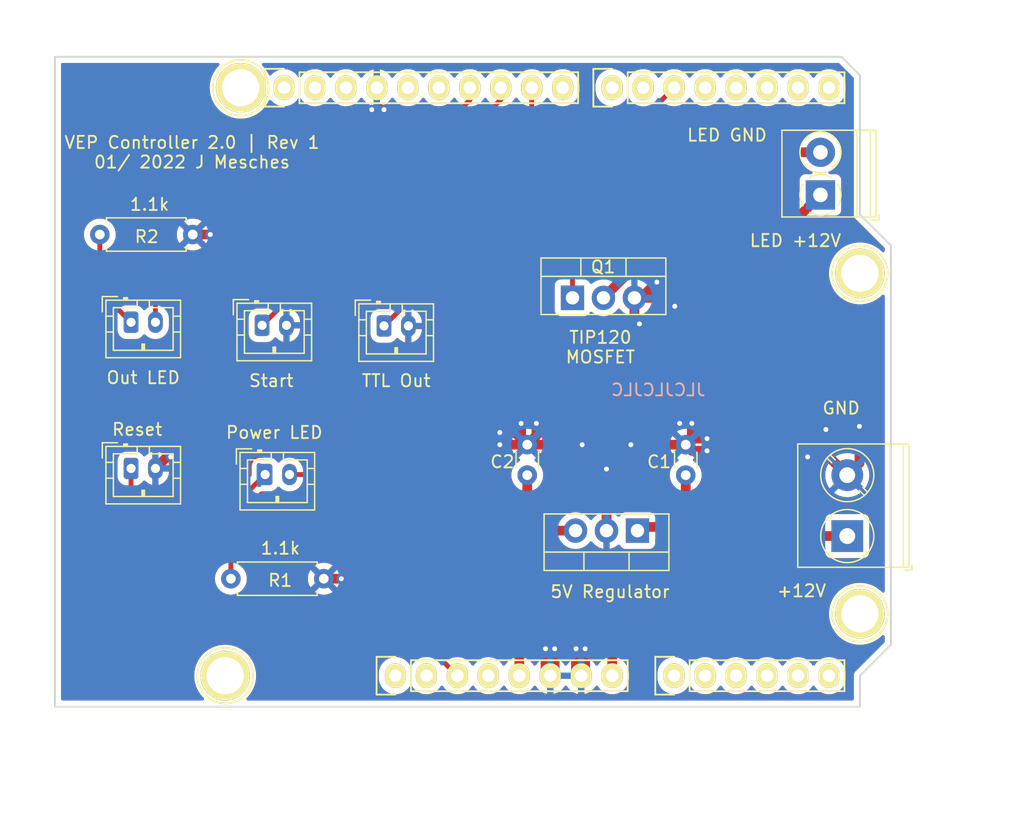
<source format=kicad_pcb>
(kicad_pcb (version 20211014) (generator pcbnew)
  (title_block (date "lun. 30 mars 2015"))
  (layers (0 "F.Cu" signal) (31 "B.Cu" power) (34 "B.Paste" user) (35 "F.Paste" user) (36 "B.SilkS" user "B.Silkscreen") (37 "F.SilkS" user "F.Silkscreen") (38 "B.Mask" user) (39 "F.Mask" user) (44 "Edge.Cuts" user))
  (net 0 "")
  (net 1 "/IOREF")
  (net 2 "+12V")
  (net 3 "+5V")
  (net 4 "GND")
  (net 5 "Net-(D1-Pad1)")
  (net 6 "/A0")
  (net 7 "/A1")
  (net 8 "/A2")
  (net 9 "/A3")
  (net 10 "/AREF")
  (net 11 "/A4(SDA)")
  (net 12 "/A5(SCL)")
  (net 13 "/8")
  (net 14 "/7")
  (net 15 "/6(**)")
  (net 16 "Net-(D2-Pad1)")
  (net 17 "/4")
  (net 18 "/3(**)")
  (net 19 "LED")
  (net 20 "/1(Tx)")
  (net 21 "/0(Rx)")
  (net 22 "TTL Out")
  (net 23 "LED Ground")
  (net 25 "/13(SCK)")
  (net 26 "Reset")
  (net 27 "MOSFET")
  (net 28 "+3V3")
  (net 29 "Button")
  (footprint "Socket_Arduino_Uno:Socket_Strip_Arduino_1x08" (layer "F.Cu") (at 138.938 123.825)
    (fp_text reference "P1")
    (fp_text value "Power")
    (fp_line (start 19.05 1.27) (end 19.05 -1.27) (layer "F.SilkS") (width 0.15))
    (fp_line (start 1.27 1.27) (end 19.05 1.27) (layer "F.SilkS") (width 0.15))
    (fp_line (start 19.05 -1.27) (end 1.27 -1.27) (layer "F.SilkS") (width 0.15))
    (fp_line (start 0 -1.55) (end -1.55 -1.55) (layer "F.SilkS") (width 0.15))
    (fp_line (start -1.55 -1.55) (end -1.55 1.55) (layer "F.SilkS") (width 0.15))
    (fp_line (start -1.55 1.55) (end 0 1.55) (layer "F.SilkS") (width 0.15))
    (fp_line (start 1.27 1.27) (end 1.27 -1.27) (layer "F.SilkS") (width 0.15))
    (pad "1" thru_hole oval locked (at 0 0) (size 1.7272 2.032) (drill 1.016) (layers *.Cu *.Mask "F.SilkS"))
    (pad "2" thru_hole oval locked (at 2.54 0) (size 1.7272 2.032) (drill 1.016) (layers *.Cu *.Mask "F.SilkS") (net 1 "/IOREF"))
    (pad "3" thru_hole oval locked (at 5.08 0) (size 1.7272 2.032) (drill 1.016) (layers *.Cu *.Mask "F.SilkS") (net 26 "Reset"))
    (pad "4" thru_hole oval locked (at 7.62 0) (size 1.7272 2.032) (drill 1.016) (layers *.Cu *.Mask "F.SilkS") (net 28 "+3V3"))
    (pad "5" thru_hole oval locked (at 10.16 0) (size 1.7272 2.032) (drill 1.016) (layers *.Cu *.Mask "F.SilkS") (net 3 "+5V"))
    (pad "6" thru_hole oval locked (at 12.7 0) (size 1.7272 2.032) (drill 1.016) (layers *.Cu *.Mask "F.SilkS") (net 4 "GND"))
    (pad "7" thru_hole oval locked (at 15.24 0) (size 1.7272 2.032) (drill 1.016) (layers *.Cu *.Mask "F.SilkS") (net 4 "GND"))
    (pad "8" thru_hole oval locked (at 17.78 0) (size 1.7272 2.032) (drill 1.016) (layers *.Cu *.Mask "F.SilkS") (net 3 "+5V"))
  )
  (footprint "Socket_Arduino_Uno:Socket_Strip_Arduino_1x06" (layer "F.Cu") (at 161.798 123.825)
    (fp_text reference "P2")
    (fp_text value "Analog")
    (fp_line (start 1.27 1.27) (end 1.27 -1.27) (layer "F.SilkS") (width 0.15))
    (fp_line (start 0 -1.55) (end -1.55 -1.55) (layer "F.SilkS") (width 0.15))
    (fp_line (start 13.97 -1.27) (end 1.27 -1.27) (layer "F.SilkS") (width 0.15))
    (fp_line (start 1.27 1.27) (end 13.97 1.27) (layer "F.SilkS") (width 0.15))
    (fp_line (start 13.97 1.27) (end 13.97 -1.27) (layer "F.SilkS") (width 0.15))
    (fp_line (start -1.55 -1.55) (end -1.55 1.55) (layer "F.SilkS") (width 0.15))
    (fp_line (start -1.55 1.55) (end 0 1.55) (layer "F.SilkS") (width 0.15))
    (pad "1" thru_hole oval locked (at 0 0) (size 1.7272 2.032) (drill 1.016) (layers *.Cu *.Mask "F.SilkS") (net 6 "/A0"))
    (pad "2" thru_hole oval locked (at 2.54 0) (size 1.7272 2.032) (drill 1.016) (layers *.Cu *.Mask "F.SilkS") (net 7 "/A1"))
    (pad "3" thru_hole oval locked (at 5.08 0) (size 1.7272 2.032) (drill 1.016) (layers *.Cu *.Mask "F.SilkS") (net 8 "/A2"))
    (pad "4" thru_hole oval locked (at 7.62 0) (size 1.7272 2.032) (drill 1.016) (layers *.Cu *.Mask "F.SilkS") (net 9 "/A3"))
    (pad "5" thru_hole oval locked (at 10.16 0) (size 1.7272 2.032) (drill 1.016) (layers *.Cu *.Mask "F.SilkS") (net 11 "/A4(SDA)"))
    (pad "6" thru_hole oval locked (at 12.7 0) (size 1.7272 2.032) (drill 1.016) (layers *.Cu *.Mask "F.SilkS") (net 12 "/A5(SCL)"))
  )
  (footprint "Socket_Arduino_Uno:Socket_Strip_Arduino_1x10" (layer "F.Cu") (at 129.794 75.565)
    (fp_text reference "P3")
    (fp_text value "Digital")
    (fp_line (start -1.55 -1.55) (end -1.55 1.55) (layer "F.SilkS") (width 0.15))
    (fp_line (start 1.27 1.27) (end 24.13 1.27) (layer "F.SilkS") (width 0.15))
    (fp_line (start 24.13 1.27) (end 24.13 -1.27) (layer "F.SilkS") (width 0.15))
    (fp_line (start 24.13 -1.27) (end 1.27 -1.27) (layer "F.SilkS") (width 0.15))
    (fp_line (start 0 -1.55) (end -1.55 -1.55) (layer "F.SilkS") (width 0.15))
    (fp_line (start -1.55 1.55) (end 0 1.55) (layer "F.SilkS") (width 0.15))
    (fp_line (start 1.27 1.27) (end 1.27 -1.27) (layer "F.SilkS") (width 0.15))
    (pad "1" thru_hole oval locked (at 0 0) (size 1.7272 2.032) (drill 1.016) (layers *.Cu *.Mask "F.SilkS") (net 12 "/A5(SCL)"))
    (pad "2" thru_hole oval locked (at 2.54 0) (size 1.7272 2.032) (drill 1.016) (layers *.Cu *.Mask "F.SilkS") (net 11 "/A4(SDA)"))
    (pad "3" thru_hole oval locked (at 5.08 0) (size 1.7272 2.032) (drill 1.016) (layers *.Cu *.Mask "F.SilkS") (net 10 "/AREF"))
    (pad "4" thru_hole oval locked (at 7.62 0) (size 1.7272 2.032) (drill 1.016) (layers *.Cu *.Mask "F.SilkS") (net 4 "GND"))
    (pad "5" thru_hole oval locked (at 10.16 0) (size 1.7272 2.032) (drill 1.016) (layers *.Cu *.Mask "F.SilkS") (net 25 "/13(SCK)"))
    (pad "6" thru_hole oval locked (at 12.7 0) (size 1.7272 2.032) (drill 1.016) (layers *.Cu *.Mask "F.SilkS"))
    (pad "7" thru_hole oval locked (at 15.24 0) (size 1.7272 2.032) (drill 1.016) (layers *.Cu *.Mask "F.SilkS") (net 19 "LED"))
    (pad "8" thru_hole oval locked (at 17.78 0) (size 1.7272 2.032) (drill 1.016) (layers *.Cu *.Mask "F.SilkS") (net 29 "Button"))
    (pad "9" thru_hole oval locked (at 20.32 0) (size 1.7272 2.032) (drill 1.016) (layers *.Cu *.Mask "F.SilkS") (net 22 "TTL Out"))
    (pad "10" thru_hole oval locked (at 22.86 0) (size 1.7272 2.032) (drill 1.016) (layers *.Cu *.Mask "F.SilkS") (net 13 "/8"))
  )
  (footprint "Socket_Arduino_Uno:Socket_Strip_Arduino_1x08" (layer "F.Cu") (at 156.718 75.565)
    (fp_text reference "P4")
    (fp_text value "Digital")
    (fp_line (start 19.05 -1.27) (end 1.27 -1.27) (layer "F.SilkS") (width 0.15))
    (fp_line (start -1.55 1.55) (end 0 1.55) (layer "F.SilkS") (width 0.15))
    (fp_line (start 1.27 1.27) (end 19.05 1.27) (layer "F.SilkS") (width 0.15))
    (fp_line (start 1.27 1.27) (end 1.27 -1.27) (layer "F.SilkS") (width 0.15))
    (fp_line (start 0 -1.55) (end -1.55 -1.55) (layer "F.SilkS") (width 0.15))
    (fp_line (start 19.05 1.27) (end 19.05 -1.27) (layer "F.SilkS") (width 0.15))
    (fp_line (start -1.55 -1.55) (end -1.55 1.55) (layer "F.SilkS") (width 0.15))
    (pad "1" thru_hole oval locked (at 0 0) (size 1.7272 2.032) (drill 1.016) (layers *.Cu *.Mask "F.SilkS") (net 14 "/7"))
    (pad "2" thru_hole oval locked (at 2.54 0) (size 1.7272 2.032) (drill 1.016) (layers *.Cu *.Mask "F.SilkS") (net 15 "/6(**)"))
    (pad "3" thru_hole oval locked (at 5.08 0) (size 1.7272 2.032) (drill 1.016) (layers *.Cu *.Mask "F.SilkS") (net 27 "MOSFET"))
    (pad "4" thru_hole oval locked (at 7.62 0) (size 1.7272 2.032) (drill 1.016) (layers *.Cu *.Mask "F.SilkS") (net 17 "/4"))
    (pad "5" thru_hole oval locked (at 10.16 0) (size 1.7272 2.032) (drill 1.016) (layers *.Cu *.Mask "F.SilkS") (net 18 "/3(**)"))
    (pad "6" thru_hole oval locked (at 12.7 0) (size 1.7272 2.032) (drill 1.016) (layers *.Cu *.Mask "F.SilkS") (net 29 "Button"))
    (pad "7" thru_hole oval locked (at 15.24 0) (size 1.7272 2.032) (drill 1.016) (layers *.Cu *.Mask "F.SilkS") (net 20 "/1(Tx)"))
    (pad "8" thru_hole oval locked (at 17.78 0) (size 1.7272 2.032) (drill 1.016) (layers *.Cu *.Mask "F.SilkS") (net 21 "/0(Rx)"))
  )
  (footprint "Socket_Arduino_Uno:Arduino_1pin" (layer "F.Cu") (at 124.968 123.825)
    (fp_text reference "P5" hide)
    (fp_text value "CONN_01X01" hide)
    (fp_circle (center 0 0) (end 0 -2.286) (layer "F.SilkS") (width 0.15) (fill none))
    (pad "1" thru_hole circle locked (at 0 0) (size 4.064 4.064) (drill 3.048) (layers *.Cu *.Mask "F.SilkS"))
  )
  (footprint "Socket_Arduino_Uno:Arduino_1pin" (layer "F.Cu") (at 177.038 118.745)
    (fp_text reference "P6" hide)
    (fp_text value "CONN_01X01" hide)
    (fp_circle (center 0 0) (end 0 -2.286) (layer "F.SilkS") (width 0.15) (fill none))
    (pad "1" thru_hole circle locked (at 0 0) (size 4.064 4.064) (drill 3.048) (layers *.Cu *.Mask "F.SilkS"))
  )
  (footprint "Socket_Arduino_Uno:Arduino_1pin" (layer "F.Cu") (at 126.238 75.565)
    (fp_text reference "P7" hide)
    (fp_text value "CONN_01X01" hide)
    (fp_circle (center 0 0) (end 0 -2.286) (layer "F.SilkS") (width 0.15) (fill none))
    (pad "1" thru_hole circle locked (at 0 0) (size 4.064 4.064) (drill 3.048) (layers *.Cu *.Mask "F.SilkS"))
  )
  (footprint "Socket_Arduino_Uno:Arduino_1pin" (layer "F.Cu") (at 177.038 90.805)
    (fp_text reference "P8" hide)
    (fp_text value "CONN_01X01" hide)
    (fp_circle (center 0 0) (end 0 -2.286) (layer "F.SilkS") (width 0.15) (fill none))
    (pad "1" thru_hole circle locked (at 0 0) (size 4.064 4.064) (drill 3.048) (layers *.Cu *.Mask "F.SilkS"))
  )
  (footprint "Connector_JST:JST_PH_B2B-PH-K_1x02_P2.00mm_Vertical" (layer "F.Cu") (at 127.998 95.065)
    (fp_text reference "SW1")
    (fp_text value "SW_Push")
    (fp_line (start -0.3 -1.81) (end -0.3 -2.01) (layer "F.SilkS") (width 0.12))
    (fp_line (start 4.06 2.91) (end 4.06 -1.81) (layer "F.SilkS") (width 0.12))
    (fp_line (start -0.6 -2.01) (end -0.6 -1.81) (layer "F.SilkS") (width 0.12))
    (fp_line (start 0.5 -1.2) (end -1.45 -1.2) (layer "F.SilkS") (width 0.12))
    (fp_line (start 4.06 0.8) (end 3.45 0.8) (layer "F.SilkS") (width 0.12))
    (fp_line (start 0.5 -1.81) (end 0.5 -1.2) (layer "F.SilkS") (width 0.12))
    (fp_line (start -1.11 -2.11) (end -2.36 -2.11) (layer "F.SilkS") (width 0.12))
    (fp_line (start 0.9 2.3) (end 0.9 1.8) (layer "F.SilkS") (width 0.12))
    (fp_line (start -2.06 2.91) (end 4.06 2.91) (layer "F.SilkS") (width 0.12))
    (fp_line (start 1.5 -1.2) (end 1.5 -1.81) (layer "F.SilkS") (width 0.12))
    (fp_line (start 0.9 1.8) (end 1.1 1.8) (layer "F.SilkS") (width 0.12))
    (fp_line (start -2.06 -0.5) (end -1.45 -0.5) (layer "F.SilkS") (width 0.12))
    (fp_line (start 1 2.3) (end 1 1.8) (layer "F.SilkS") (width 0.12))
    (fp_line (start 4.06 -1.81) (end -2.06 -1.81) (layer "F.SilkS") (width 0.12))
    (fp_line (start -1.45 2.3) (end 3.45 2.3) (layer "F.SilkS") (width 0.12))
    (fp_line (start 3.45 -1.2) (end 1.5 -1.2) (layer "F.SilkS") (width 0.12))
    (fp_line (start -0.3 -2.01) (end -0.6 -2.01) (layer "F.SilkS") (width 0.12))
    (fp_line (start 1.1 1.8) (end 1.1 2.3) (layer "F.SilkS") (width 0.12))
    (fp_line (start 4.06 -0.5) (end 3.45 -0.5) (layer "F.SilkS") (width 0.12))
    (fp_line (start -1.45 -1.2) (end -1.45 2.3) (layer "F.SilkS") (width 0.12))
    (fp_line (start 3.45 2.3) (end 3.45 -1.2) (layer "F.SilkS") (width 0.12))
    (fp_line (start -0.3 -1.91) (end -0.6 -1.91) (layer "F.SilkS") (width 0.12))
    (fp_line (start -2.06 -1.81) (end -2.06 2.91) (layer "F.SilkS") (width 0.12))
    (fp_line (start -2.06 0.8) (end -1.45 0.8) (layer "F.SilkS") (width 0.12))
    (fp_line (start -2.36 -2.11) (end -2.36 -0.86) (layer "F.SilkS") (width 0.12))
    (pad "1" thru_hole roundrect locked (at 0 0) (size 1.2 1.75) (drill 0.75) (layers *.Cu *.Mask) (roundrect_rratio 0.2083333333) (net 29 "Button"))
    (pad "2" thru_hole oval locked (at 2 0) (size 1.2 1.75) (drill 0.75) (layers *.Cu *.Mask) (net 4 "GND"))
  )
  (footprint "Connector_JST:JST_PH_B2B-PH-K_1x02_P2.00mm_Vertical" (layer "F.Cu") (at 137.998 95.115)
    (fp_text reference "J2")
    (fp_text value "Screw_Terminal_01x02")
    (fp_line (start 4.06 -1.81) (end -2.06 -1.81) (layer "F.SilkS") (width 0.12))
    (fp_line (start -0.3 -1.91) (end -0.6 -1.91) (layer "F.SilkS") (width 0.12))
    (fp_line (start -0.3 -1.81) (end -0.3 -2.01) (layer "F.SilkS") (width 0.12))
    (fp_line (start -2.06 0.8) (end -1.45 0.8) (layer "F.SilkS") (width 0.12))
    (fp_line (start -0.3 -2.01) (end -0.6 -2.01) (layer "F.SilkS") (width 0.12))
    (fp_line (start 3.45 2.3) (end 3.45 -1.2) (layer "F.SilkS") (width 0.12))
    (fp_line (start -1.45 -1.2) (end -1.45 2.3) (layer "F.SilkS") (width 0.12))
    (fp_line (start 1.1 1.8) (end 1.1 2.3) (layer "F.SilkS") (width 0.12))
    (fp_line (start 0.5 -1.2) (end -1.45 -1.2) (layer "F.SilkS") (width 0.12))
    (fp_line (start 4.06 0.8) (end 3.45 0.8) (layer "F.SilkS") (width 0.12))
    (fp_line (start -1.45 2.3) (end 3.45 2.3) (layer "F.SilkS") (width 0.12))
    (fp_line (start 4.06 2.91) (end 4.06 -1.81) (layer "F.SilkS") (width 0.12))
    (fp_line (start -2.06 -0.5) (end -1.45 -0.5) (layer "F.SilkS") (width 0.12))
    (fp_line (start 0.9 2.3) (end 0.9 1.8) (layer "F.SilkS") (width 0.12))
    (fp_line (start 3.45 -1.2) (end 1.5 -1.2) (layer "F.SilkS") (width 0.12))
    (fp_line (start -2.06 2.91) (end 4.06 2.91) (layer "F.SilkS") (width 0.12))
    (fp_line (start -2.36 -2.11) (end -2.36 -0.86) (layer "F.SilkS") (width 0.12))
    (fp_line (start 0.9 1.8) (end 1.1 1.8) (layer "F.SilkS") (width 0.12))
    (fp_line (start 1.5 -1.2) (end 1.5 -1.81) (layer "F.SilkS") (width 0.12))
    (fp_line (start -2.06 -1.81) (end -2.06 2.91) (layer "F.SilkS") (width 0.12))
    (fp_line (start 1 2.3) (end 1 1.8) (layer "F.SilkS") (width 0.12))
    (fp_line (start 0.5 -1.81) (end 0.5 -1.2) (layer "F.SilkS") (width 0.12))
    (fp_line (start -0.6 -2.01) (end -0.6 -1.81) (layer "F.SilkS") (width 0.12))
    (fp_line (start -1.11 -2.11) (end -2.36 -2.11) (layer "F.SilkS") (width 0.12))
    (fp_line (start 4.06 -0.5) (end 3.45 -0.5) (layer "F.SilkS") (width 0.12))
    (pad "1" thru_hole roundrect locked (at 0 0) (size 1.2 1.75) (drill 0.75) (layers *.Cu *.Mask) (roundrect_rratio 0.2083333333) (net 22 "TTL Out"))
    (pad "2" thru_hole oval locked (at 2 0) (size 1.2 1.75) (drill 0.75) (layers *.Cu *.Mask) (net 4 "GND"))
  )
  (footprint "Resistor_THT:R_Axial_DIN0207_L6.3mm_D2.5mm_P7.62mm_Horizontal" (layer "F.Cu") (at 122.308 87.615 180)
    (fp_text reference "R2" (at 3.777072 -0.178441) (layer "F.SilkS"))
    (fp_text value "1.1k")
    (fp_line (start 0.54 -1.37) (end 7.08 -1.37) (layer "F.SilkS") (width 0.12))
    (fp_line (start 7.08 1.37) (end 7.08 1.04) (layer "F.SilkS") (width 0.12))
    (fp_line (start 0.54 -1.04) (end 0.54 -1.37) (layer "F.SilkS") (width 0.12))
    (fp_line (start 0.54 1.37) (end 7.08 1.37) (layer "F.SilkS") (width 0.12))
    (fp_line (start 0.54 1.04) (end 0.54 1.37) (layer "F.SilkS") (width 0.12))
    (fp_line (start 7.08 -1.37) (end 7.08 -1.04) (layer "F.SilkS") (width 0.12))
    (pad "1" thru_hole circle locked (at 0 0 180) (size 1.6 1.6) (drill 0.8) (layers *.Cu *.Mask) (net 4 "GND"))
    (pad "2" thru_hole oval locked (at 7.62 0 180) (size 1.6 1.6) (drill 0.8) (layers *.Cu *.Mask) (net 16 "Net-(D2-Pad1)"))
  )
  (footprint "Capacitor_THT:C_Disc_D3.0mm_W1.6mm_P2.50mm" (layer "F.Cu") (at 162.748 107.365 90)
    (fp_text reference "C1" (at 1.094044 -2.187986) (layer "F.SilkS"))
    (fp_text value "0.33uf")
    (fp_line (start 0.621 0.92) (end 1.879 0.92) (layer "F.SilkS") (width 0.12))
    (fp_line (start 0.621 -0.92) (end 1.879 -0.92) (layer "F.SilkS") (width 0.12))
    (pad "1" thru_hole circle locked (at 0 0 90) (size 1.6 1.6) (drill 0.8) (layers *.Cu *.Mask) (net 2 "+12V"))
    (pad "2" thru_hole circle locked (at 2.5 0 90) (size 1.6 1.6) (drill 0.8) (layers *.Cu *.Mask) (net 4 "GND"))
  )
  (footprint "Package_TO_SOT_THT:TO-220-3_Vertical" (layer "F.Cu") (at 158.788 111.92 180)
    (fp_text reference "U1")
    (fp_text value "L7805CV")
    (fp_line (start 7.66 -3.27) (end 7.66 1.371) (layer "F.SilkS") (width 0.12))
    (fp_line (start 4.391 -3.27) (end 4.391 -1.76) (layer "F.SilkS") (width 0.12))
    (fp_line (start -2.58 -3.27) (end 7.66 -3.27) (layer "F.SilkS") (width 0.12))
    (fp_line (start 0.69 -3.27) (end 0.69 -1.76) (layer "F.SilkS") (width 0.12))
    (fp_line (start -2.58 -3.27) (end -2.58 1.371) (layer "F.SilkS") (width 0.12))
    (fp_line (start -2.58 1.371) (end 7.66 1.371) (layer "F.SilkS") (width 0.12))
    (fp_line (start -2.58 -1.76) (end 7.66 -1.76) (layer "F.SilkS") (width 0.12))
    (pad "1" thru_hole rect locked (at 0 0 180) (size 1.905 2) (drill 1.1) (layers *.Cu *.Mask) (net 2 "+12V"))
    (pad "2" thru_hole oval locked (at 2.54 0 180) (size 1.905 2) (drill 1.1) (layers *.Cu *.Mask) (net 4 "GND"))
    (pad "3" thru_hole oval locked (at 5.08 0 180) (size 1.905 2) (drill 1.1) (layers *.Cu *.Mask) (net 3 "+5V"))
  )
  (footprint "Connector_JST:JST_PH_B2B-PH-K_1x02_P2.00mm_Vertical" (layer "F.Cu") (at 128.248 107.315)
    (fp_text reference "D1")
    (fp_text value "LED_Small")
    (fp_line (start 0.5 -1.2) (end -1.45 -1.2) (layer "F.SilkS") (width 0.12))
    (fp_line (start -2.06 -1.81) (end -2.06 2.91) (layer "F.SilkS") (width 0.12))
    (fp_line (start 1 2.3) (end 1 1.8) (layer "F.SilkS") (width 0.12))
    (fp_line (start 0.9 2.3) (end 0.9 1.8) (layer "F.SilkS") (width 0.12))
    (fp_line (start -0.3 -2.01) (end -0.6 -2.01) (layer "F.SilkS") (width 0.12))
    (fp_line (start 1.1 1.8) (end 1.1 2.3) (layer "F.SilkS") (width 0.12))
    (fp_line (start 0.9 1.8) (end 1.1 1.8) (layer "F.SilkS") (width 0.12))
    (fp_line (start -1.45 2.3) (end 3.45 2.3) (layer "F.SilkS") (width 0.12))
    (fp_line (start -1.45 -1.2) (end -1.45 2.3) (layer "F.SilkS") (width 0.12))
    (fp_line (start 4.06 0.8) (end 3.45 0.8) (layer "F.SilkS") (width 0.12))
    (fp_line (start 4.06 2.91) (end 4.06 -1.81) (layer "F.SilkS") (width 0.12))
    (fp_line (start -0.3 -1.91) (end -0.6 -1.91) (layer "F.SilkS") (width 0.12))
    (fp_line (start -2.06 0.8) (end -1.45 0.8) (layer "F.SilkS") (width 0.12))
    (fp_line (start 4.06 -0.5) (end 3.45 -0.5) (layer "F.SilkS") (width 0.12))
    (fp_line (start 0.5 -1.81) (end 0.5 -1.2) (layer "F.SilkS") (width 0.12))
    (fp_line (start 1.5 -1.2) (end 1.5 -1.81) (layer "F.SilkS") (width 0.12))
    (fp_line (start -1.11 -2.11) (end -2.36 -2.11) (layer "F.SilkS") (width 0.12))
    (fp_line (start -0.6 -2.01) (end -0.6 -1.81) (layer "F.SilkS") (width 0.12))
    (fp_line (start 3.45 -1.2) (end 1.5 -1.2) (layer "F.SilkS") (width 0.12))
    (fp_line (start 3.45 2.3) (end 3.45 -1.2) (layer "F.SilkS") (width 0.12))
    (fp_line (start -0.3 -1.81) (end -0.3 -2.01) (layer "F.SilkS") (width 0.12))
    (fp_line (start 4.06 -1.81) (end -2.06 -1.81) (layer "F.SilkS") (width 0.12))
    (fp_line (start -2.06 2.91) (end 4.06 2.91) (layer "F.SilkS") (width 0.12))
    (fp_line (start -2.06 -0.5) (end -1.45 -0.5) (layer "F.SilkS") (width 0.12))
    (fp_line (start -2.36 -2.11) (end -2.36 -0.86) (layer "F.SilkS") (width 0.12))
    (pad "1" thru_hole roundrect locked (at 0 0) (size 1.2 1.75) (drill 0.75) (layers *.Cu *.Mask) (roundrect_rratio 0.2083333333) (net 5 "Net-(D1-Pad1)"))
    (pad "2" thru_hole oval locked (at 2 0) (size 1.2 1.75) (drill 0.75) (layers *.Cu *.Mask) (net 3 "+5V"))
  )
  (footprint "TerminalBlock_Phoenix:TerminalBlock_Phoenix_PT-1,5-2-3.5-H_1x02_P3.50mm_Horizontal" (layer "F.Cu") (at 173.798 84.365 90)
    (fp_text reference "J3")
    (fp_text value "Screw_Terminal_01x02")
    (fp_line (start -1.81 4.56) (end 5.31 4.56) (layer "F.SilkS") (width 0.12))
    (fp_line (start -2.05 4.8) (end -1.65 4.8) (layer "F.SilkS") (width 0.12))
    (fp_line (start 4.57 -1.275) (end 4.476 -1.181) (layer "F.SilkS") (width 0.12))
    (fp_line (start -1.81 -3.16) (end 5.31 -3.16) (layer "F.SilkS") (width 0.12))
    (fp_line (start -1.81 -3.16) (end -1.81 4.56) (layer "F.SilkS") (width 0.12))
    (fp_line (start 2.355 0.941) (end 2.226 1.069) (layer "F.SilkS") (width 0.12))
    (fp_line (start -1.81 3) (end 5.31 3) (layer "F.SilkS") (width 0.12))
    (fp_line (start -2.05 4.16) (end -2.05 4.8) (layer "F.SilkS") (width 0.12))
    (fp_line (start 4.775 -1.069) (end 4.646 -0.941) (layer "F.SilkS") (width 0.12))
    (fp_line (start 5.31 -3.16) (end 5.31 4.56) (layer "F.SilkS") (width 0.12))
    (fp_line (start 2.525 1.181) (end 2.431 1.274) (layer "F.SilkS") (width 0.12))
    (fp_line (start -1.81 4.1) (end 5.31 4.1) (layer "F.SilkS") (width 0.12))
    (fp_arc (start 0.890264 1.424721) (mid 0.463071 1.61492) (end 0 1.68) (layer "F.SilkS") (width 0.12))
    (fp_arc (start 0.028674 1.680099) (mid -0.435535 1.622918) (end -0.866 1.44) (layer "F.SilkS") (width 0.12))
    (fp_arc (start -0.889894 -1.425358) (mid -0.014012 -1.680286) (end 0.866 -1.44) (layer "F.SilkS") (width 0.12))
    (fp_arc (start -1.425358 0.889894) (mid -1.680286 0.014012) (end -1.44 -0.866) (layer "F.SilkS") (width 0.12))
    (fp_arc (start 1.425504 -0.890193) (mid 1.680626 0.000476) (end 1.425 0.891) (layer "F.SilkS") (width 0.12))
    (fp_circle (center 3.5 0) (end 5.18 0) (layer "F.SilkS") (width 0.12) (fill none))
    (pad "1" thru_hole rect locked (at 0 0 90) (size 2.4 2.4) (drill 1.2) (layers *.Cu *.Mask) (net 2 "+12V"))
    (pad "2" thru_hole circle locked (at 3.5 0 90) (size 2.4 2.4) (drill 1.2) (layers *.Cu *.Mask) (net 23 "LED Ground"))
  )
  (footprint "Connector_JST:JST_PH_B2B-PH-K_1x02_P2.00mm_Vertical" (layer "F.Cu") (at 117.248 106.815)
    (fp_text reference "SW2")
    (fp_text value "SW_Push")
    (fp_line (start 0.5 -1.2) (end -1.45 -1.2) (layer "F.SilkS") (width 0.12))
    (fp_line (start -1.45 2.3) (end 3.45 2.3) (layer "F.SilkS") (width 0.12))
    (fp_line (start 4.06 2.91) (end 4.06 -1.81) (layer "F.SilkS") (width 0.12))
    (fp_line (start -0.3 -2.01) (end -0.6 -2.01) (layer "F.SilkS") (width 0.12))
    (fp_line (start 3.45 -1.2) (end 1.5 -1.2) (layer "F.SilkS") (width 0.12))
    (fp_line (start -2.06 -0.5) (end -1.45 -0.5) (layer "F.SilkS") (width 0.12))
    (fp_line (start 1 2.3) (end 1 1.8) (layer "F.SilkS") (width 0.12))
    (fp_line (start -0.6 -2.01) (end -0.6 -1.81) (layer "F.SilkS") (width 0.12))
    (fp_line (start 1.5 -1.2) (end 1.5 -1.81) (layer "F.SilkS") (width 0.12))
    (fp_line (start -2.36 -2.11) (end -2.36 -0.86) (layer "F.SilkS") (width 0.12))
    (fp_line (start -0.3 -1.91) (end -0.6 -1.91) (layer "F.SilkS") (width 0.12))
    (fp_line (start 4.06 -1.81) (end -2.06 -1.81) (layer "F.SilkS") (width 0.12))
    (fp_line (start -2.06 -1.81) (end -2.06 2.91) (layer "F.SilkS") (width 0.12))
    (fp_line (start -2.06 2.91) (end 4.06 2.91) (layer "F.SilkS") (width 0.12))
    (fp_line (start 4.06 0.8) (end 3.45 0.8) (layer "F.SilkS") (width 0.12))
    (fp_line (start 4.06 -0.5) (end 3.45 -0.5) (layer "F.SilkS") (width 0.12))
    (fp_line (start -2.06 0.8) (end -1.45 0.8) (layer "F.SilkS") (width 0.12))
    (fp_line (start -0.3 -1.81) (end -0.3 -2.01) (layer "F.SilkS") (width 0.12))
    (fp_line (start 0.9 2.3) (end 0.9 1.8) (layer "F.SilkS") (width 0.12))
    (fp_line (start 0.9 1.8) (end 1.1 1.8) (layer "F.SilkS") (width 0.12))
    (fp_line (start 3.45 2.3) (end 3.45 -1.2) (layer "F.SilkS") (width 0.12))
    (fp_line (start -1.45 -1.2) (end -1.45 2.3) (layer "F.SilkS") (width 0.12))
    (fp_line (start 0.5 -1.81) (end 0.5 -1.2) (layer "F.SilkS") (width 0.12))
    (fp_line (start 1.1 1.8) (end 1.1 2.3) (layer "F.SilkS") (width 0.12))
    (fp_line (start -1.11 -2.11) (end -2.36 -2.11) (layer "F.SilkS") (width 0.12))
    (pad "1" thru_hole roundrect locked (at 0 0) (size 1.2 1.75) (drill 0.75) (layers *.Cu *.Mask) (roundrect_rratio 0.2083333333) (net 26 "Reset"))
    (pad "2" thru_hole oval locked (at 2 0) (size 1.2 1.75) (drill 0.75) (layers *.Cu *.Mask) (net 4 "GND"))
  )
  (footprint "TerminalBlock_Phoenix:TerminalBlock_Phoenix_PT-1,5-2-5.0-H_1x02_P5.00mm_Horizontal" (layer "F.Cu") (at 175.998 112.365 90)
    (fp_text reference "J1")
    (fp_text value "PWR")
    (fp_line (start -2.8 5.3) (end -2.4 5.3) (layer "F.SilkS") (width 0.12))
    (fp_line (start -1.282 1.547) (end -1.388 1.654) (layer "F.SilkS") (width 0.12))
    (fp_line (start -2.56 3.5) (end 7.56 3.5) (layer "F.SilkS") (width 0.12))
    (fp_line (start -2.56 -4.06) (end 7.56 -4.06) (layer "F.SilkS") (width 0.12))
    (fp_line (start -2.56 4.6) (end 7.56 4.6) (layer "F.SilkS") (width 0.12))
    (fp_line (start -2.56 -4.06) (end -2.56 5.06) (layer "F.SilkS") (width 0.12))
    (fp_line (start 1.654 -1.388) (end 1.547 -1.281) (layer "F.SilkS") (width 0.12))
    (fp_line (start 1.388 -1.654) (end 1.281 -1.547) (layer "F.SilkS") (width 0.12))
    (fp_line (start 6.654 -1.388) (end 6.259 -0.992) (layer "F.SilkS") (width 0.12))
    (fp_line (start -1.548 1.281) (end -1.654 1.388) (layer "F.SilkS") (width 0.12))
    (fp_line (start -2.8 4.66) (end -2.8 5.3) (layer "F.SilkS") (width 0.12))
    (fp_line (start -2.56 5.06) (end 7.56 5.06) (layer "F.SilkS") (width 0.12))
    (fp_line (start 3.993 1.274) (end 3.613 1.654) (layer "F.SilkS") (width 0.12))
    (fp_line (start 6.388 -1.654) (end 6.008 -1.274) (layer "F.SilkS") (width 0.12))
    (fp_line (start 7.56 -4.06) (end 7.56 5.06) (layer "F.SilkS") (width 0.12))
    (fp_line (start 3.742 0.992) (end 3.347 1.388) (layer "F.SilkS") (width 0.12))
    (fp_circle (center 0 0) (end 2.18 0) (layer "F.SilkS") (width 0.12) (fill none))
    (fp_circle (center 5 0) (end 7.18 0) (layer "F.SilkS") (width 0.12) (fill none))
    (pad "1" thru_hole rect locked (at 0 0 90) (size 2.6 2.6) (drill 1.3) (layers *.Cu *.Mask) (net 2 "+12V"))
    (pad "2" thru_hole circle locked (at 5 0 90) (size 2.6 2.6) (drill 1.3) (layers *.Cu *.Mask) (net 4 "GND"))
  )
  (footprint "Connector_JST:JST_PH_B2B-PH-K_1x02_P2.00mm_Vertical" (layer "F.Cu") (at 117.248 94.815)
    (fp_text reference "D2")
    (fp_text value "LED_Small")
    (fp_line (start 1.5 -1.2) (end 1.5 -1.81) (layer "F.SilkS") (width 0.12))
    (fp_line (start -2.06 -0.5) (end -1.45 -0.5) (layer "F.SilkS") (width 0.12))
    (fp_line (start 4.06 2.91) (end 4.06 -1.81) (layer "F.SilkS") (width 0.12))
    (fp_line (start -0.3 -1.91) (end -0.6 -1.91) (layer "F.SilkS") (width 0.12))
    (fp_line (start 3.45 -1.2) (end 1.5 -1.2) (layer "F.SilkS") (width 0.12))
    (fp_line (start -2.06 0.8) (end -1.45 0.8) (layer "F.SilkS") (width 0.12))
    (fp_line (start 0.9 2.3) (end 0.9 1.8) (layer "F.SilkS") (width 0.12))
    (fp_line (start 0.5 -1.81) (end 0.5 -1.2) (layer "F.SilkS") (width 0.12))
    (fp_line (start -0.3 -2.01) (end -0.6 -2.01) (layer "F.SilkS") (width 0.12))
    (fp_line (start -1.45 -1.2) (end -1.45 2.3) (layer "F.SilkS") (width 0.12))
    (fp_line (start -0.3 -1.81) (end -0.3 -2.01) (layer "F.SilkS") (width 0.12))
    (fp_line (start 1 2.3) (end 1 1.8) (layer "F.SilkS") (width 0.12))
    (fp_line (start -2.06 -1.81) (end -2.06 2.91) (layer "F.SilkS") (width 0.12))
    (fp_line (start 4.06 0.8) (end 3.45 0.8) (layer "F.SilkS") (width 0.12))
    (fp_line (start -1.45 2.3) (end 3.45 2.3) (layer "F.SilkS") (width 0.12))
    (fp_line (start 4.06 -0.5) (end 3.45 -0.5) (layer "F.SilkS") (width 0.12))
    (fp_line (start 3.45 2.3) (end 3.45 -1.2) (layer "F.SilkS") (width 0.12))
    (fp_line (start 4.06 -1.81) (end -2.06 -1.81) (layer "F.SilkS") (width 0.12))
    (fp_line (start 1.1 1.8) (end 1.1 2.3) (layer "F.SilkS") (width 0.12))
    (fp_line (start -2.36 -2.11) (end -2.36 -0.86) (layer "F.SilkS") (width 0.12))
    (fp_line (start 0.9 1.8) (end 1.1 1.8) (layer "F.SilkS") (width 0.12))
    (fp_line (start -1.11 -2.11) (end -2.36 -2.11) (layer "F.SilkS") (width 0.12))
    (fp_line (start -0.6 -2.01) (end -0.6 -1.81) (layer "F.SilkS") (width 0.12))
    (fp_line (start -2.06 2.91) (end 4.06 2.91) (layer "F.SilkS") (width 0.12))
    (fp_line (start 0.5 -1.2) (end -1.45 -1.2) (layer "F.SilkS") (width 0.12))
    (pad "1" thru_hole roundrect locked (at 0 0) (size 1.2 1.75) (drill 0.75) (layers *.Cu *.Mask) (roundrect_rratio 0.2083333333) (net 16 "Net-(D2-Pad1)"))
    (pad "2" thru_hole oval locked (at 2 0) (size 1.2 1.75) (drill 0.75) (layers *.Cu *.Mask) (net 19 "LED"))
  )
  (footprint "Package_TO_SOT_THT:TO-220-3_Vertical" (layer "F.Cu") (at 153.458 92.81)
    (fp_text reference "Q1" (at 2.513064 -2.532726) (layer "F.SilkS"))
    (fp_text value "TIP120")
    (fp_line (start -2.58 -1.76) (end 7.66 -1.76) (layer "F.SilkS") (width 0.12))
    (fp_line (start -2.58 -3.27) (end 7.66 -3.27) (layer "F.SilkS") (width 0.12))
    (fp_line (start 0.69 -3.27) (end 0.69 -1.76) (layer "F.SilkS") (width 0.12))
    (fp_line (start -2.58 -3.27) (end -2.58 1.371) (layer "F.SilkS") (width 0.12))
    (fp_line (start -2.58 1.371) (end 7.66 1.371) (layer "F.SilkS") (width 0.12))
    (fp_line (start 4.391 -3.27) (end 4.391 -1.76) (layer "F.SilkS") (width 0.12))
    (fp_line (start 7.66 -3.27) (end 7.66 1.371) (layer "F.SilkS") (width 0.12))
    (pad "1" thru_hole rect locked (at 0 0) (size 1.905 2) (drill 1.1) (layers *.Cu *.Mask) (net 27 "MOSFET"))
    (pad "2" thru_hole oval locked (at 2.54 0) (size 1.905 2) (drill 1.1) (layers *.Cu *.Mask) (net 23 "LED Ground"))
    (pad "3" thru_hole oval locked (at 5.08 0) (size 1.905 2) (drill 1.1) (layers *.Cu *.Mask) (net 4 "GND"))
  )
  (footprint "Resistor_THT:R_Axial_DIN0207_L6.3mm_D2.5mm_P7.62mm_Horizontal" (layer "F.Cu") (at 133.058 115.865 180)
    (fp_text reference "R1" (at 3.576269 -0.142813) (layer "F.SilkS"))
    (fp_text value "1.1k")
    (fp_line (start 7.08 1.37) (end 7.08 1.04) (layer "F.SilkS") (width 0.12))
    (fp_line (start 7.08 -1.37) (end 7.08 -1.04) (layer "F.SilkS") (width 0.12))
    (fp_line (start 0.54 1.37) (end 7.08 1.37) (layer "F.SilkS") (width 0.12))
    (fp_line (start 0.54 -1.37) (end 7.08 -1.37) (layer "F.SilkS") (width 0.12))
    (fp_line (start 0.54 -1.04) (end 0.54 -1.37) (layer "F.SilkS") (width 0.12))
    (fp_line (start 0.54 1.04) (end 0.54 1.37) (layer "F.SilkS") (width 0.12))
    (pad "1" thru_hole circle locked (at 0 0 180) (size 1.6 1.6) (drill 0.8) (layers *.Cu *.Mask) (net 4 "GND"))
    (pad "2" thru_hole oval locked (at 7.62 0 180) (size 1.6 1.6) (drill 0.8) (layers *.Cu *.Mask) (net 5 "Net-(D1-Pad1)"))
  )
  (footprint "Capacitor_THT:C_Disc_D3.0mm_W1.6mm_P2.50mm" (layer "F.Cu") (at 149.748 107.365 90)
    (fp_text reference "C2" (at 1.094044 -2.045477 180) (layer "F.SilkS"))
    (fp_text value "0.1uf")
    (fp_line (start 0.621 -0.92) (end 1.879 -0.92) (layer "F.SilkS") (width 0.12))
    (fp_line (start 0.621 0.92) (end 1.879 0.92) (layer "F.SilkS") (width 0.12))
    (pad "1" thru_hole circle locked (at 0 0 90) (size 1.6 1.6) (drill 0.8) (layers *.Cu *.Mask) (net 3 "+5V"))
    (pad "2" thru_hole circle locked (at 2.5 0 90) (size 1.6 1.6) (drill 0.8) (layers *.Cu *.Mask) (net 4 "GND"))
  )
  (gr_line (start 179.578 88.519) (end 177.038 85.979) (layer "Edge.Cuts") (width 0.15))
  (gr_line (start 177.038 126.365) (end 177.038 123.825) (layer "Edge.Cuts") (width 0.15))
  (gr_line (start 177.038 74.549) (end 175.514 73.025) (layer "Edge.Cuts") (width 0.15))
  (gr_line (start 177.038 123.825) (end 179.578 121.285) (layer "Edge.Cuts") (width 0.15))
  (gr_line (start 110.998 73.025) (end 110.998 126.365) (layer "Edge.Cuts") (width 0.15))
  (gr_line (start 179.578 121.285) (end 179.578 88.519) (layer "Edge.Cuts") (width 0.15))
  (gr_line (start 110.998 126.365) (end 177.038 126.365) (layer "Edge.Cuts") (width 0.15))
  (gr_line (start 175.514 73.025) (end 110.998 73.025) (layer "Edge.Cuts") (width 0.15))
  (gr_line (start 177.038 85.979) (end 177.038 74.549) (layer "Edge.Cuts") (width 0.15))
  (gr_text "JLCJLCJLC" (at 160.498 100.365) (layer "B.SilkS") (effects (font (size 1 1)) (justify mirror)))
  (gr_text "Start" (at 128.748 99.615) (layer "F.SilkS") (effects (font (size 1 1))))
  (gr_text "Out LED" (at 118.248 99.365) (layer "F.SilkS") (effects (font (size 1 1))))
  (gr_text "LED +12V" (at 171.748 88.115) (layer "F.SilkS") (effects (font (size 1 1))))
  (gr_text "1.1k" (at 129.498 113.365) (layer "F.SilkS") (effects (font (size 1 1))))
  (gr_text "Reset" (at 117.748 103.615) (layer "F.SilkS") (effects (font (size 1 1))))
  (gr_text "TIP120\nMOSFET" (at 155.748 96.865) (layer "F.SilkS") (effects (font (size 1 1))))
  (gr_text "LED GND" (at 166.129876 79.459003) (layer "F.SilkS") (effects (font (size 1 1))))
  (gr_text "5V Regulator" (at 156.541548 116.935665) (layer "F.SilkS") (effects (font (size 1 1))))
  (gr_text "GND" (at 175.498 101.865) (layer "F.SilkS") (effects (font (size 1 1))))
  (gr_text "TTL Out" (at 138.998 99.615) (layer "F.SilkS") (effects (font (size 1 1))))
  (gr_text "Power LED" (at 128.998 103.865) (layer "F.SilkS") (effects (font (size 1 1))))
  (gr_text "+12V" (at 172.248 116.865) (layer "F.SilkS") (effects (font (size 1 1))))
  (gr_text "VEP Controller 2.0 | Rev 1\n01/ 2022 J Mesches" (at 122.248 80.865) (layer "F.SilkS") (effects (font (size 1 1))))
  (gr_text "1.1k" (at 118.764153 85.145242) (layer "F.SilkS") (effects (font (size 1 1))))
  (segment (start 169.498 112.365) (end 164.248 112.365) (width 0.8) (layer "F.Cu") (net 2))
  (segment (start 162.998 111.615) (end 159.093 111.615) (width 0.8) (layer "F.Cu") (net 2))
  (segment (start 169.498 88.665) (end 169.498 112.365) (width 0.8) (layer "F.Cu") (net 2))
  (segment (start 162.748 111.365) (end 162.998 111.615) (width 0.8) (layer "F.Cu") (net 2))
  (segment (start 162.748 107.365) (end 162.748 111.365) (width 0.8) (layer "F.Cu") (net 2))
  (segment (start 175.998 112.365) (end 169.498 112.365) (width 0.8) (layer "F.Cu") (net 2))
  (segment (start 173.798 84.365) (end 169.498 88.665) (width 0.8) (layer "F.Cu") (net 2))
  (segment (start 164.248 112.365) (end 163.498 111.615) (width 0.8) (layer "F.Cu") (net 2))
  (segment (start 159.093 111.615) (end 158.788 111.92) (width 0.8) (layer "F.Cu") (net 2))
  (segment (start 163.498 111.615) (end 162.998 111.615) (width 0.8) (layer "F.Cu") (net 2))
  (segment (start 152.998 115.115) (end 156.718 118.835) (width 0.8) (layer "F.Cu") (net 3))
  (segment (start 149.748 111.865) (end 149.748 107.365) (width 0.8) (layer "F.Cu") (net 3))
  (segment (start 156.718 118.835) (end 156.718 123.825) (width 0.8) (layer "F.Cu") (net 3))
  (segment (start 149.248 115.115) (end 152.998 115.115) (width 0.8) (layer "F.Cu") (net 3))
  (segment (start 143.898 107.315) (end 149.098 112.515) (width 0.4) (layer "F.Cu") (net 3))
  (segment (start 149.098 112.515) (end 149.098 114.515) (width 0.8) (layer "F.Cu") (net 3))
  (segment (start 130.248 107.315) (end 143.898 107.315) (width 0.4) (layer "F.Cu") (net 3))
  (segment (start 153.708 111.92) (end 149.803 111.92) (width 0.8) (layer "F.Cu") (net 3))
  (segment (start 149.748 111.865) (end 149.098 112.515) (width 0.8) (layer "F.Cu") (net 3))
  (segment (start 149.098 114.515) (end 149.098 123.825) (width 0.8) (layer "F.Cu") (net 3))
  (segment (start 149.803 111.92) (end 149.748 111.865) (width 0.8) (layer "F.Cu") (net 3))
  (segment (start 161.155281 92.81) (end 161.850536 93.505255) (width 0.8) (layer "F.Cu") (net 4))
  (segment (start 164.498 105.365) (end 163.248 105.365) (width 0.8) (layer "F.Cu") (net 4))
  (segment (start 158.538 92.81) (end 161.155281 92.81) (width 0.8) (layer "F.Cu") (net 4))
  (segment (start 164.498 104.365) (end 163.248 104.365) (width 0.8) (layer "F.Cu") (net 4))
  (segment (start 137.414 76.781) (end 137.998 77.365) (width 0.4) (layer "F.Cu") (net 4))
  (segment (start 156.248 106.865) (end 158.248 104.865) (width 0.8) (layer "F.Cu") (net 4))
  (segment (start 159.092115 92.81) (end 160.383445 91.51867) (width 0.8) (layer "F.Cu") (net 4))
  (segment (start 149.248 104.365) (end 149.748 104.865) (width 0.8) (layer "F.Cu") (net 4))
  (segment (start 153.748 123.395) (end 154.178 123.825) (width 0.8) (layer "F.Cu") (net 4))
  (segment (start 120.498 105.865) (end 120.198 105.865) (width 0.8) (layer "F.Cu") (net 4))
  (segment (start 158.248 104.865) (end 162.748 104.865) (width 0.8) (layer "F.Cu") (net 4))
  (segment (start 120.198 105.865) (end 119.248 106.815) (width 0.8) (layer "F.Cu") (net 4))
  (segment (start 158.538 94.536271) (end 158.950025 94.948296) (width 0.8) (layer "F.Cu") (net 4))
  (segment (start 137.414 75.565) (end 137.414 76.781) (width 0.4) (layer "F.Cu") (net 4))
  (segment (start 176.998 103.365) (end 176.998 106.365) (width 0.8) (layer "F.Cu") (net 4))
  (segment (start 137.414 76.949) (end 136.998 77.365) (width 0.4) (layer "F.Cu") (net 4))
  (segment (start 122.308 87.615) (end 123.748 87.615) (width 0.8) (layer "F.Cu") (net 4))
  (segment (start 150.498 103.115) (end 150.498 104.115) (width 0.8) (layer "F.Cu") (net 4))
  (segment (start 153.748 121.615) (end 153.748 123.395) (width 0.8) (layer "F.Cu") (net 4))
  (segment (start 154.498 121.615) (end 154.498 123.505) (width 0.8) (layer "F.Cu") (net 4))
  (segment (start 151.248 123.435) (end 151.638 123.825) (width 0.8) (layer "F.Cu") (net 4))
  (segment (start 174.498 105.865) (end 175.998 107.365) (width 0.8) (layer "F.Cu") (net 4))
  (segment (start 147.498 103.865) (end 148.748 103.865) (width 0.8) (layer "F.Cu") (net 4))
  (segment (start 163.248 105.365) (end 162.748 104.865) (width 0.8) (layer "F.Cu") (net 4))
  (segment (start 147.498 104.865) (end 149.748 104.865) (width 0.8) (layer "F.Cu") (net 4))
  (segment (start 133.058 115.865) (end 134.498 115.865) (width 0.8) (layer "F.Cu") (net 4))
  (segment (start 174.248 103.615) (end 174.248 105.615) (width 0.8) (layer "F.Cu") (net 4))
  (segment (start 137.414 75.565) (end 137.414 76.949) (width 0.4) (layer "F.Cu") (net 4))
  (segment (start 148.748 103.865) (end 149.748 104.865) (width 0.8) (layer "F.Cu") (net 4))
  (segment (start 158.538 92.81) (end 158.538 94.536271) (width 0.8) (layer "F.Cu") (net 4))
  (segment (start 163.248 104.365) (end 162.748 104.865) (width 0.8) (layer "F.Cu") (net 4))
  (segment (start 156.248 106.865) (end 154.248 104.865) (width 0.8) (layer "F.Cu") (net 4))
  (segment (start 151.248 121.615) (end 151.248 123.435) (width 0.8) (layer "F.Cu") (net 4))
  (segment (start 163.248 103.115) (end 163.248 104.365) (width 0.8) (layer "F.Cu") (net 4))
  (segment (start 176.998 106.365) (end 175.998 107.365) (width 0.8) (layer "F.Cu") (net 4))
  (segment (start 174.248 105.615) (end 175.998 107.365) (width 0.8) (layer "F.Cu") (net 4))
  (segment (start 151.998 123.465) (end 151.638 123.825) (width 0.8) (layer "F.Cu") (net 4))
  (segment (start 154.248 104.865) (end 149.748 104.865) (width 0.8) (layer "F.Cu") (net 4))
  (segment (start 149.248 103.115) (end 149.248 104.365) (width 0.8) (layer "F.Cu") (net 4))
  (segment (start 154.498 123.505) (end 154.178 123.825) (width 0.8) (layer "F.Cu") (net 4))
  (segment (start 151.998 121.615) (end 151.998 123.465) (width 0.8) (layer "F.Cu") (net 4))
  (segment (start 156.248 111.92) (end 156.248 106.865) (width 0.8) (layer "F.Cu") (net 4))
  (segment (start 158.538 92.81) (end 159.092115 92.81) (width 0.8) (layer "F.Cu") (net 4))
  (segment (start 172.748 105.865) (end 174.498 105.865) (width 0.8) (layer "F.Cu") (net 4))
  (segment (start 150.498 104.115) (end 149.748 104.865) (width 0.8) (layer "F.Cu") (net 4))
  (via (at 174.248 103.615) (size 0.8) (drill 0.4) (layers "F.Cu" "B.Cu") (net 4))
  (via (at 156.248 106.865) (size 0.8) (drill 0.4) (layers "F.Cu" "B.Cu") (net 4))
  (via (at 120.498 105.865) (size 0.8) (drill 0.4) (layers "F.Cu" "B.Cu") (net 4))
  (via (at 162.248 103.115) (size 0.8) (drill 0.4) (layers "F.Cu" "B.Cu") (net 4))
  (via (at 172.748 105.865) (size 0.8) (drill 0.4) (layers "F.Cu" "B.Cu") (net 4))
  (via (at 158.248 104.865) (size 0.8) (drill 0.4) (layers "F.Cu" "B.Cu") (net 4))
  (via (at 163.248 103.115) (size 0.8) (drill 0.4) (layers "F.Cu" "B.Cu") (net 4))
  (via (at 151.248 121.615) (size 0.8) (drill 0.4) (layers "F.Cu" "B.Cu") (net 4))
  (via (at 150.498 103.115) (size 0.8) (drill 0.4) (layers "F.Cu" "B.Cu") (net 4))
  (via (at 151.998 121.615) (size 0.8) (drill 0.4) (layers "F.Cu" "B.Cu") (net 4))
  (via (at 154.248 104.865) (size 0.8) (drill 0.4) (layers "F.Cu" "B.Cu") (net 4))
  (via (at 147.498 104.865) (size 0.8) (drill 0.4) (layers "F.Cu" "B.Cu") (net 4))
  (via (at 161.850536 93.505255) (size 0.6) (drill 0.4) (layers "F.Cu" "B.Cu") (net 4))
  (via (at 164.498 105.365) (size 0.8) (drill 0.4) (layers "F.Cu" "B.Cu") (net 4))
  (via (at 147.498 103.865) (size 0.8) (drill 0.4) (layers "F.Cu" "B.Cu") (net 4))
  (via (at 134.498 115.865) (size 0.8) (drill 0.4) (layers "F.Cu" "B.Cu") (net 4))
  (via (at 154.498 121.615) (size 0.8) (drill 0.4) (layers "F.Cu" "B.Cu") (net 4))
  (via (at 158.950025 94.948296) (size 0.6) (drill 0.4) (layers "F.Cu" "B.Cu") (net 4))
  (via (at 160.383445 91.51867) (size 0.6) (drill 0.4) (layers "F.Cu" "B.Cu") (net 4))
  (via (at 164.498 104.365) (size 0.8) (drill 0.4) (layers "F.Cu" "B.Cu") (net 4))
  (via (at 149.248 103.115) (size 0.8) (drill 0.4) (layers "F.Cu" "B.Cu") (net 4))
  (via (at 136.998 77.365) (size 0.8) (drill 0.4) (layers "F.Cu" "B.Cu") (net 4))
  (via (at 176.998 103.365) (size 0.8) (drill 0.4) (layers "F.Cu" "B.Cu") (net 4))
  (via (at 123.748 87.615) (size 0.8) (drill 0.4) (layers "F.Cu" "B.Cu") (net 4))
  (via (at 153.748 121.615) (size 0.8) (drill 0.4) (layers "F.Cu" "B.Cu") (net 4))
  (via (at 137.998 77.365) (size 0.8) (drill 0.4) (layers "F.Cu" "B.Cu") (net 4))
  (segment (start 125.438 110.125) (end 125.438 115.865) (width 0.4) (layer "F.Cu") (net 5))
  (segment (start 128.248 107.315) (end 125.438 110.125) (width 0.4) (layer "F.Cu") (net 5))
  (segment (start 127.748 106.565) (end 127.748 108.156279) (width 0.4) (layer "B.Cu") (net 5))
  (segment (start 114.688 92.255) (end 117.248 94.815) (width 0.4) (layer "F.Cu") (net 16))
  (segment (start 114.688 87.615) (end 114.688 92.255) (width 0.4) (layer "F.Cu") (net 16))
  (segment (start 119.248 94.815) (end 119.248 93.115) (width 0.4) (layer "F.Cu") (net 19))
  (segment (start 120.248 92.115) (end 129.498 92.115) (width 0.4) (layer "F.Cu") (net 19))
  (segment (start 145.034 76.579) (end 145.034 75.565) (width 0.4) (layer "F.Cu") (net 19))
  (segment (start 129.498 92.115) (end 145.034 76.579) (width 0.4) (layer "F.Cu") (net 19))
  (segment (start 119.248 93.115) (end 120.248 92.115) (width 0.4) (layer "F.Cu") (net 19))
  (segment (start 150.114 75.565) (end 150.114 82.999) (width 0.4) (layer "F.Cu") (net 22))
  (segment (start 150.114 82.999) (end 137.998 95.115) (width 0.4) (layer "F.Cu") (net 22))
  (segment (start 167.943 80.865) (end 155.998 92.81) (width 0.8) (layer "F.Cu") (net 23))
  (segment (start 173.798 80.865) (end 167.943 80.865) (width 0.8) (layer "F.Cu") (net 23))
  (segment (start 123.748 119.365) (end 117.248 112.865) (width 0.4) (layer "F.Cu") (net 26))
  (segment (start 129.270123 121.393489) (end 127.241634 119.365) (width 0.4) (layer "F.Cu") (net 26))
  (segment (start 127.241634 119.365) (end 123.748 119.365) (width 0.4) (layer "F.Cu") (net 26))
  (segment (start 141.586489 121.393489) (end 129.270123 121.393489) (width 0.4) (layer "F.Cu") (net 26))
  (segment (start 117.248 112.865) (end 117.248 106.815) (width 0.4) (layer "F.Cu") (net 26))
  (segment (start 144.018 123.825) (end 141.586489 121.393489) (width 0.4) (layer "F.Cu") (net 26))
  (segment (start 143.416721 123.825) (end 144.018 123.825) (width 0.4) (layer "B.Cu") (net 26))
  (segment (start 153.458 92.81) (end 153.458 83.905) (width 0.4) (layer "F.Cu") (net 27))
  (segment (start 153.458 83.905) (end 161.798 75.565) (width 0.4) (layer "F.Cu") (net 27))
  (segment (start 147.574 76.539) (end 147.574 75.565) (width 0.4) (layer "F.Cu") (net 29))
  (segment (start 145.448 77.615) (end 146.498 77.615) (width 0.4) (layer "F.Cu") (net 29))
  (segment (start 129.748 93.391) (end 129.672 93.391) (width 0.4) (layer "F.Cu") (net 29))
  (segment (start 127.998 95.065) (end 145.448 77.615) (width 0.4) (layer "F.Cu") (net 29))
  (segment (start 146.498 77.615) (end 147.574 76.539) (width 0.4) (layer "F.Cu") (net 29))
  (zone (net 4) (net_name "GND") (layer "F.Cu") (connect_pads (clearance 0.508)) (min_thickness 0.254) (fill yes (thermal_gap 0.508) (thermal_bridge_width 0.508))
    (polygon (pts (xy 189.248 135.365) (xy 107.498 135.615) (xy 106.498 126.615) (xy 108.748 69.115) (xy 190.498 68.365)))
  )
  (zone (net 4) (net_name "GND") (layer "B.Cu") (connect_pads (clearance 0.508)) (min_thickness 0.254) (fill yes (thermal_gap 0.508) (thermal_bridge_width 0.508))
    (polygon (pts (xy 188.998 133.365) (xy 109.248 132.115) (xy 106.748 126.115) (xy 109.248 70.615) (xy 190.248 70.115)))
  )
)
</source>
